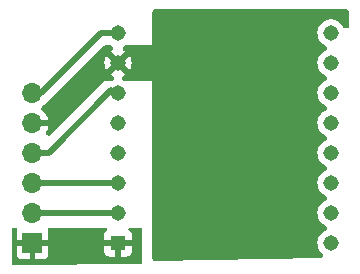
<source format=gbr>
%TF.GenerationSoftware,KiCad,Pcbnew,8.0.8*%
%TF.CreationDate,2025-04-10T20:03:44-04:00*%
%TF.ProjectId,DFPlayer and LCD,4446506c-6179-4657-9220-616e64204c43,rev?*%
%TF.SameCoordinates,Original*%
%TF.FileFunction,Copper,L2,Bot*%
%TF.FilePolarity,Positive*%
%FSLAX46Y46*%
G04 Gerber Fmt 4.6, Leading zero omitted, Abs format (unit mm)*
G04 Created by KiCad (PCBNEW 8.0.8) date 2025-04-10 20:03:44*
%MOMM*%
%LPD*%
G01*
G04 APERTURE LIST*
%TA.AperFunction,ComponentPad*%
%ADD10R,1.700000X1.700000*%
%TD*%
%TA.AperFunction,ComponentPad*%
%ADD11O,1.700000X1.700000*%
%TD*%
%TA.AperFunction,ComponentPad*%
%ADD12R,1.308000X1.308000*%
%TD*%
%TA.AperFunction,ComponentPad*%
%ADD13C,1.308000*%
%TD*%
%TA.AperFunction,Conductor*%
%ADD14C,0.500000*%
%TD*%
G04 APERTURE END LIST*
D10*
%TO.P,J1,1,Pin_1*%
%TO.N,Net-(J1-Pin_1)*%
X162051998Y-74168000D03*
D11*
%TO.P,J1,2,Pin_2*%
%TO.N,Net-(J1-Pin_2)*%
X162051998Y-71628000D03*
%TO.P,J1,3,Pin_3*%
%TO.N,Net-(J1-Pin_3)*%
X162051998Y-69088000D03*
%TO.P,J1,4,Pin_4*%
%TO.N,Net-(J1-Pin_4)*%
X162051998Y-66548000D03*
%TO.P,J1,5,Pin_5*%
%TO.N,Net-(EYESPI_18IN_BREAKOUT_BOARD1-Gnd)*%
X162051998Y-64008000D03*
%TO.P,J1,6,Pin_6*%
%TO.N,Net-(J1-Pin_6)*%
X162051998Y-61468000D03*
%TD*%
D12*
%TO.P,U1,1,VCC*%
%TO.N,Net-(J1-Pin_1)*%
X169290998Y-74140000D03*
D13*
%TO.P,U1,2,RX*%
%TO.N,Net-(J1-Pin_2)*%
X169290998Y-71600000D03*
%TO.P,U1,3,TX*%
%TO.N,Net-(J1-Pin_3)*%
X169290998Y-69060000D03*
%TO.P,U1,4,DAC_R*%
%TO.N,unconnected-(U1-DAC_R-Pad4)*%
X169290998Y-66520000D03*
%TO.P,U1,5,DAC_L*%
%TO.N,unconnected-(U1-DAC_L-Pad5)*%
X169290998Y-63980000D03*
%TO.P,U1,6,SPK1*%
%TO.N,Net-(J1-Pin_4)*%
X169290998Y-61440000D03*
%TO.P,U1,7,GND*%
%TO.N,Net-(EYESPI_18IN_BREAKOUT_BOARD1-Gnd)*%
X169290998Y-58900000D03*
%TO.P,U1,8,SPK2*%
%TO.N,Net-(J1-Pin_6)*%
X169290998Y-56360000D03*
%TO.P,U1,9,IO1*%
%TO.N,unconnected-(U1-IO1-Pad9)*%
X187324998Y-56360000D03*
%TO.P,U1,10,GND__1*%
%TO.N,unconnected-(U1-GND__1-Pad10)*%
X187324998Y-58900000D03*
%TO.P,U1,11,IO2*%
%TO.N,unconnected-(U1-IO2-Pad11)*%
X187324998Y-61440000D03*
%TO.P,U1,12,ADKEY1*%
%TO.N,unconnected-(U1-ADKEY1-Pad12)*%
X187324998Y-63980000D03*
%TO.P,U1,13,ADKEY2*%
%TO.N,unconnected-(U1-ADKEY2-Pad13)*%
X187324998Y-66520000D03*
%TO.P,U1,14,USB+*%
%TO.N,unconnected-(U1-USB+-Pad14)*%
X187324998Y-69060000D03*
%TO.P,U1,15,USB-*%
%TO.N,unconnected-(U1-USB--Pad15)*%
X187324998Y-71600000D03*
%TO.P,U1,16,BUSY*%
%TO.N,unconnected-(U1-BUSY-Pad16)*%
X187324998Y-74140000D03*
%TD*%
D14*
%TO.N,Net-(J1-Pin_6)*%
X167859998Y-56360000D02*
X169290998Y-56360000D01*
X162796998Y-61423000D02*
X167859998Y-56360000D01*
X161426998Y-61423000D02*
X162796998Y-61423000D01*
%TO.N,Net-(J1-Pin_4)*%
X161426998Y-66503000D02*
X163416998Y-66503000D01*
X163416998Y-66503000D02*
X168736998Y-61183000D01*
%TO.N,Net-(J1-Pin_1)*%
X161426998Y-74123000D02*
X168769998Y-74123000D01*
%TO.N,Net-(J1-Pin_3)*%
X161426998Y-69043000D02*
X168769998Y-69043000D01*
%TO.N,Net-(J1-Pin_2)*%
X161426998Y-71583000D02*
X168769998Y-71583000D01*
%TD*%
%TA.AperFunction,Conductor*%
%TO.N,Net-(EYESPI_18IN_BREAKOUT_BOARD1-Gnd)*%
G36*
X188701437Y-54367454D02*
G01*
X188782219Y-54421430D01*
X188836195Y-54502212D01*
X188855149Y-54597500D01*
X188855084Y-54603184D01*
X188829175Y-55737842D01*
X188808051Y-55832673D01*
X188752244Y-55912201D01*
X188670252Y-55964319D01*
X188574556Y-55981093D01*
X188479725Y-55959969D01*
X188400197Y-55904162D01*
X188357345Y-55843148D01*
X188310779Y-55749630D01*
X188310778Y-55749628D01*
X188181843Y-55578891D01*
X188181843Y-55578890D01*
X188181839Y-55578886D01*
X188023720Y-55434742D01*
X187841808Y-55322107D01*
X187788975Y-55301639D01*
X187642291Y-55244813D01*
X187431982Y-55205500D01*
X187431978Y-55205500D01*
X187218018Y-55205500D01*
X187218014Y-55205500D01*
X187007704Y-55244813D01*
X186808190Y-55322106D01*
X186808182Y-55322110D01*
X186626281Y-55434738D01*
X186626277Y-55434740D01*
X186626276Y-55434742D01*
X186547216Y-55506814D01*
X186468152Y-55578890D01*
X186468152Y-55578891D01*
X186339217Y-55749628D01*
X186339211Y-55749639D01*
X186243851Y-55941151D01*
X186243843Y-55941171D01*
X186185295Y-56146943D01*
X186185293Y-56146954D01*
X186165552Y-56360000D01*
X186185293Y-56573045D01*
X186185295Y-56573056D01*
X186243843Y-56778828D01*
X186243845Y-56778833D01*
X186243847Y-56778840D01*
X186243851Y-56778848D01*
X186339211Y-56970360D01*
X186339217Y-56970371D01*
X186468152Y-57141108D01*
X186468152Y-57141109D01*
X186468155Y-57141112D01*
X186468157Y-57141114D01*
X186626276Y-57285258D01*
X186808188Y-57397893D01*
X186808197Y-57397896D01*
X186818497Y-57403026D01*
X186817942Y-57404139D01*
X186889995Y-57449914D01*
X186945821Y-57529429D01*
X186966969Y-57624254D01*
X186950219Y-57719954D01*
X186898121Y-57801960D01*
X186818606Y-57857786D01*
X186808258Y-57862072D01*
X186808182Y-57862110D01*
X186626281Y-57974738D01*
X186626277Y-57974740D01*
X186626276Y-57974742D01*
X186547216Y-58046814D01*
X186468152Y-58118890D01*
X186468152Y-58118891D01*
X186339217Y-58289628D01*
X186339211Y-58289639D01*
X186243851Y-58481151D01*
X186243843Y-58481171D01*
X186185295Y-58686943D01*
X186185293Y-58686954D01*
X186165552Y-58900000D01*
X186185293Y-59113045D01*
X186185295Y-59113056D01*
X186243843Y-59318828D01*
X186243845Y-59318833D01*
X186243847Y-59318840D01*
X186243851Y-59318848D01*
X186339211Y-59510360D01*
X186339217Y-59510371D01*
X186468152Y-59681108D01*
X186468152Y-59681109D01*
X186468155Y-59681112D01*
X186468157Y-59681114D01*
X186626276Y-59825258D01*
X186808188Y-59937893D01*
X186808197Y-59937896D01*
X186818497Y-59943026D01*
X186817942Y-59944139D01*
X186889995Y-59989914D01*
X186945821Y-60069429D01*
X186966969Y-60164254D01*
X186950219Y-60259954D01*
X186898121Y-60341960D01*
X186818606Y-60397786D01*
X186808258Y-60402072D01*
X186808182Y-60402110D01*
X186626281Y-60514738D01*
X186626277Y-60514740D01*
X186626276Y-60514742D01*
X186547216Y-60586814D01*
X186468152Y-60658890D01*
X186468152Y-60658891D01*
X186339217Y-60829628D01*
X186339211Y-60829639D01*
X186243851Y-61021151D01*
X186243843Y-61021171D01*
X186185295Y-61226943D01*
X186185293Y-61226954D01*
X186165552Y-61440000D01*
X186185293Y-61653045D01*
X186185295Y-61653056D01*
X186243843Y-61858828D01*
X186243845Y-61858833D01*
X186243847Y-61858840D01*
X186243851Y-61858848D01*
X186339211Y-62050360D01*
X186339217Y-62050371D01*
X186468152Y-62221108D01*
X186468152Y-62221109D01*
X186468155Y-62221112D01*
X186468157Y-62221114D01*
X186626276Y-62365258D01*
X186808188Y-62477893D01*
X186808197Y-62477896D01*
X186818497Y-62483026D01*
X186817942Y-62484139D01*
X186889995Y-62529914D01*
X186945821Y-62609429D01*
X186966969Y-62704254D01*
X186950219Y-62799954D01*
X186898121Y-62881960D01*
X186818606Y-62937786D01*
X186808258Y-62942072D01*
X186808182Y-62942110D01*
X186626281Y-63054738D01*
X186626277Y-63054740D01*
X186626276Y-63054742D01*
X186580517Y-63096457D01*
X186468152Y-63198890D01*
X186468152Y-63198891D01*
X186339217Y-63369628D01*
X186339211Y-63369639D01*
X186243851Y-63561151D01*
X186243843Y-63561171D01*
X186185295Y-63766943D01*
X186185293Y-63766954D01*
X186165552Y-63980000D01*
X186185293Y-64193045D01*
X186185295Y-64193056D01*
X186243843Y-64398828D01*
X186243845Y-64398833D01*
X186243847Y-64398840D01*
X186243851Y-64398848D01*
X186339211Y-64590360D01*
X186339217Y-64590371D01*
X186468152Y-64761108D01*
X186468152Y-64761109D01*
X186468155Y-64761112D01*
X186468157Y-64761114D01*
X186626276Y-64905258D01*
X186808188Y-65017893D01*
X186808197Y-65017896D01*
X186818497Y-65023026D01*
X186817942Y-65024139D01*
X186889995Y-65069914D01*
X186945821Y-65149429D01*
X186966969Y-65244254D01*
X186950219Y-65339954D01*
X186898121Y-65421960D01*
X186818606Y-65477786D01*
X186808258Y-65482072D01*
X186808182Y-65482110D01*
X186626281Y-65594738D01*
X186626277Y-65594740D01*
X186626276Y-65594742D01*
X186553514Y-65661073D01*
X186468152Y-65738890D01*
X186468152Y-65738891D01*
X186339217Y-65909628D01*
X186339211Y-65909639D01*
X186243851Y-66101151D01*
X186243843Y-66101171D01*
X186185295Y-66306943D01*
X186185293Y-66306954D01*
X186165552Y-66520000D01*
X186185293Y-66733045D01*
X186185295Y-66733056D01*
X186243843Y-66938828D01*
X186243845Y-66938833D01*
X186243847Y-66938840D01*
X186243851Y-66938848D01*
X186339211Y-67130360D01*
X186339217Y-67130371D01*
X186468152Y-67301108D01*
X186468152Y-67301109D01*
X186468155Y-67301112D01*
X186468157Y-67301114D01*
X186626276Y-67445258D01*
X186808188Y-67557893D01*
X186808197Y-67557896D01*
X186818497Y-67563026D01*
X186817942Y-67564139D01*
X186889995Y-67609914D01*
X186945821Y-67689429D01*
X186966969Y-67784254D01*
X186950219Y-67879954D01*
X186898121Y-67961960D01*
X186818606Y-68017786D01*
X186808258Y-68022072D01*
X186808182Y-68022110D01*
X186626281Y-68134738D01*
X186626277Y-68134740D01*
X186626276Y-68134742D01*
X186547216Y-68206814D01*
X186468152Y-68278890D01*
X186468152Y-68278891D01*
X186339217Y-68449628D01*
X186339211Y-68449639D01*
X186243851Y-68641151D01*
X186243843Y-68641171D01*
X186185295Y-68846943D01*
X186185293Y-68846954D01*
X186165552Y-69060000D01*
X186185293Y-69273045D01*
X186185295Y-69273056D01*
X186243843Y-69478828D01*
X186243845Y-69478833D01*
X186243847Y-69478840D01*
X186243851Y-69478848D01*
X186339211Y-69670360D01*
X186339217Y-69670371D01*
X186468152Y-69841108D01*
X186468152Y-69841109D01*
X186468155Y-69841112D01*
X186468157Y-69841114D01*
X186626276Y-69985258D01*
X186808188Y-70097893D01*
X186808197Y-70097896D01*
X186818497Y-70103026D01*
X186817942Y-70104139D01*
X186889995Y-70149914D01*
X186945821Y-70229429D01*
X186966969Y-70324254D01*
X186950219Y-70419954D01*
X186898121Y-70501960D01*
X186818606Y-70557786D01*
X186808258Y-70562072D01*
X186808182Y-70562110D01*
X186626281Y-70674738D01*
X186626277Y-70674740D01*
X186626276Y-70674742D01*
X186547216Y-70746814D01*
X186468152Y-70818890D01*
X186468152Y-70818891D01*
X186339217Y-70989628D01*
X186339211Y-70989639D01*
X186243851Y-71181151D01*
X186243843Y-71181171D01*
X186185295Y-71386943D01*
X186185293Y-71386954D01*
X186165552Y-71600000D01*
X186185293Y-71813045D01*
X186185295Y-71813056D01*
X186243843Y-72018828D01*
X186243845Y-72018833D01*
X186243847Y-72018840D01*
X186243851Y-72018848D01*
X186339211Y-72210360D01*
X186339217Y-72210371D01*
X186468152Y-72381108D01*
X186468152Y-72381109D01*
X186468155Y-72381112D01*
X186468157Y-72381114D01*
X186626276Y-72525258D01*
X186808188Y-72637893D01*
X186808197Y-72637896D01*
X186818497Y-72643026D01*
X186817942Y-72644139D01*
X186889995Y-72689914D01*
X186945821Y-72769429D01*
X186966969Y-72864254D01*
X186950219Y-72959954D01*
X186898121Y-73041960D01*
X186818606Y-73097786D01*
X186808258Y-73102072D01*
X186808182Y-73102110D01*
X186626281Y-73214738D01*
X186626277Y-73214740D01*
X186626276Y-73214742D01*
X186565521Y-73270127D01*
X186468152Y-73358890D01*
X186468152Y-73358891D01*
X186339217Y-73529628D01*
X186339211Y-73529639D01*
X186243851Y-73721151D01*
X186243843Y-73721171D01*
X186185295Y-73926943D01*
X186185293Y-73926954D01*
X186165552Y-74140000D01*
X186185293Y-74353045D01*
X186185295Y-74353056D01*
X186243843Y-74558828D01*
X186243845Y-74558833D01*
X186243847Y-74558840D01*
X186243851Y-74558848D01*
X186339211Y-74750360D01*
X186339217Y-74750371D01*
X186468152Y-74921108D01*
X186468158Y-74921115D01*
X186567297Y-75011492D01*
X186624947Y-75089694D01*
X186648281Y-75184005D01*
X186633748Y-75280067D01*
X186583560Y-75363255D01*
X186505358Y-75420905D01*
X186411047Y-75444239D01*
X186403889Y-75444467D01*
X172465340Y-75687581D01*
X172369736Y-75670292D01*
X172288026Y-75617732D01*
X172232649Y-75537905D01*
X172212036Y-75442961D01*
X172211998Y-75438619D01*
X172211998Y-60452001D01*
X172211998Y-60452000D01*
X172211997Y-60452000D01*
X169959234Y-60452000D01*
X169863946Y-60433046D01*
X169828157Y-60414706D01*
X169807808Y-60402107D01*
X169807320Y-60401918D01*
X169806932Y-60401671D01*
X169797499Y-60396974D01*
X169797988Y-60395990D01*
X169725315Y-60349824D01*
X169669486Y-60270312D01*
X169648335Y-60175487D01*
X169665081Y-60079786D01*
X169717176Y-59997779D01*
X169796688Y-59941950D01*
X169807327Y-59937543D01*
X169807588Y-59937441D01*
X169910910Y-59873466D01*
X169337444Y-59300000D01*
X169343659Y-59300000D01*
X169445392Y-59272741D01*
X169536604Y-59220080D01*
X169611078Y-59145606D01*
X169663739Y-59054394D01*
X169690998Y-58952661D01*
X169690998Y-58946446D01*
X170267017Y-59522465D01*
X170276351Y-59510106D01*
X170371682Y-59318655D01*
X170371682Y-59318654D01*
X170430207Y-59112963D01*
X170430209Y-59112951D01*
X170449941Y-58900000D01*
X170430209Y-58687048D01*
X170430207Y-58687036D01*
X170371682Y-58481345D01*
X170371682Y-58481344D01*
X170276350Y-58289893D01*
X170267017Y-58277532D01*
X169690998Y-58853551D01*
X169690998Y-58847339D01*
X169663739Y-58745606D01*
X169611078Y-58654394D01*
X169536604Y-58579920D01*
X169445392Y-58527259D01*
X169343659Y-58500000D01*
X169337443Y-58500000D01*
X169910910Y-57926533D01*
X169910910Y-57926532D01*
X169811054Y-57864704D01*
X169740016Y-57798426D01*
X169699750Y-57710008D01*
X169696384Y-57612912D01*
X169730432Y-57521918D01*
X169796710Y-57450880D01*
X169885128Y-57410614D01*
X169942136Y-57404000D01*
X172211997Y-57404000D01*
X172211998Y-57404000D01*
X172211998Y-54597500D01*
X172230952Y-54502212D01*
X172284928Y-54421430D01*
X172365710Y-54367454D01*
X172460998Y-54348500D01*
X188606149Y-54348500D01*
X188701437Y-54367454D01*
G37*
%TD.AperFunction*%
%TA.AperFunction,Conductor*%
G36*
X168735149Y-57422954D02*
G01*
X168815931Y-57476930D01*
X168869907Y-57557712D01*
X168888861Y-57653000D01*
X168869907Y-57748288D01*
X168815931Y-57829070D01*
X168770941Y-57864705D01*
X168671084Y-57926532D01*
X168671084Y-57926533D01*
X169244551Y-58500000D01*
X169238337Y-58500000D01*
X169136604Y-58527259D01*
X169045392Y-58579920D01*
X168970918Y-58654394D01*
X168918257Y-58745606D01*
X168890998Y-58847339D01*
X168890998Y-58853553D01*
X168314978Y-58277533D01*
X168305644Y-58289894D01*
X168305640Y-58289901D01*
X168210317Y-58481335D01*
X168210313Y-58481345D01*
X168151788Y-58687036D01*
X168151786Y-58687048D01*
X168132054Y-58900000D01*
X168151786Y-59112951D01*
X168151788Y-59112963D01*
X168210313Y-59318654D01*
X168210317Y-59318664D01*
X168305644Y-59510105D01*
X168305643Y-59510105D01*
X168314977Y-59522465D01*
X168890998Y-58946444D01*
X168890998Y-58952661D01*
X168918257Y-59054394D01*
X168970918Y-59145606D01*
X169045392Y-59220080D01*
X169136604Y-59272741D01*
X169238337Y-59300000D01*
X169244550Y-59300000D01*
X168671083Y-59873466D01*
X168774406Y-59937440D01*
X168774413Y-59937444D01*
X168774676Y-59937546D01*
X168774886Y-59937680D01*
X168784721Y-59942577D01*
X168784210Y-59943602D01*
X168856682Y-59989642D01*
X168912510Y-60069155D01*
X168933661Y-60163980D01*
X168916913Y-60259681D01*
X168864817Y-60341687D01*
X168785304Y-60397515D01*
X168774680Y-60401916D01*
X168774189Y-60402106D01*
X168765574Y-60406396D01*
X168675221Y-60430978D01*
X168675253Y-60431301D01*
X168673345Y-60431488D01*
X168671827Y-60431902D01*
X168667695Y-60432045D01*
X168663077Y-60432500D01*
X168589104Y-60447215D01*
X168540525Y-60452000D01*
X168147999Y-60452000D01*
X168147998Y-60452000D01*
X166946953Y-61653045D01*
X163622033Y-64977964D01*
X163541251Y-65031940D01*
X163445963Y-65050894D01*
X163350675Y-65031940D01*
X163269893Y-64977964D01*
X163215917Y-64897182D01*
X163196963Y-64801894D01*
X163215917Y-64706606D01*
X163221350Y-64695594D01*
X163221003Y-64695432D01*
X163325431Y-64471485D01*
X163325431Y-64471483D01*
X163382634Y-64258001D01*
X163382634Y-64258000D01*
X162485010Y-64258000D01*
X162517923Y-64200993D01*
X162551998Y-64073826D01*
X162551998Y-63942174D01*
X162517923Y-63815007D01*
X162485010Y-63758000D01*
X163382634Y-63758000D01*
X163382634Y-63757998D01*
X163325431Y-63544516D01*
X163325427Y-63544505D01*
X163225601Y-63330428D01*
X163225597Y-63330420D01*
X163090108Y-63136923D01*
X162923073Y-62969888D01*
X162883635Y-62942273D01*
X162816452Y-62872091D01*
X162781240Y-62781542D01*
X162783360Y-62684410D01*
X162822489Y-62595483D01*
X162883654Y-62534324D01*
X162891236Y-62529016D01*
X162980167Y-62489897D01*
X163034035Y-62484000D01*
X163067999Y-62484000D01*
X163068000Y-62484000D01*
X168075070Y-57476930D01*
X168155852Y-57422954D01*
X168251140Y-57404000D01*
X168639861Y-57404000D01*
X168735149Y-57422954D01*
G37*
%TD.AperFunction*%
%TD*%
%TA.AperFunction,Conductor*%
%TO.N,Net-(J1-Pin_1)*%
G36*
X171269565Y-72862944D02*
G01*
X171315558Y-72915541D01*
X171326998Y-72967562D01*
X171326998Y-75819280D01*
X171307313Y-75886319D01*
X171254509Y-75932074D01*
X171203279Y-75943280D01*
X160425272Y-75967720D01*
X160358188Y-75948187D01*
X160312314Y-75895487D01*
X160300995Y-75844731D01*
X160278009Y-73017440D01*
X160297148Y-72950246D01*
X160349578Y-72904063D01*
X160401439Y-72892436D01*
X160649893Y-72891312D01*
X160717019Y-72910693D01*
X160763012Y-72963290D01*
X160773268Y-73032403D01*
X160761654Y-73067567D01*
X160761744Y-73067601D01*
X160760865Y-73069955D01*
X160759289Y-73074730D01*
X160758645Y-73075909D01*
X160708401Y-73210620D01*
X160708399Y-73210627D01*
X160701998Y-73270155D01*
X160701998Y-73918000D01*
X161618986Y-73918000D01*
X161586073Y-73975007D01*
X161551998Y-74102174D01*
X161551998Y-74233826D01*
X161586073Y-74360993D01*
X161618986Y-74418000D01*
X160701998Y-74418000D01*
X160701998Y-75065844D01*
X160708399Y-75125372D01*
X160708401Y-75125379D01*
X160758643Y-75260086D01*
X160758647Y-75260093D01*
X160844807Y-75375187D01*
X160844810Y-75375190D01*
X160959904Y-75461350D01*
X160959911Y-75461354D01*
X161094618Y-75511596D01*
X161094625Y-75511598D01*
X161154153Y-75517999D01*
X161154170Y-75518000D01*
X161801998Y-75518000D01*
X161801998Y-74601012D01*
X161859005Y-74633925D01*
X161986172Y-74668000D01*
X162117824Y-74668000D01*
X162244991Y-74633925D01*
X162301998Y-74601012D01*
X162301998Y-75518000D01*
X162949826Y-75518000D01*
X162949842Y-75517999D01*
X163009370Y-75511598D01*
X163009377Y-75511596D01*
X163144084Y-75461354D01*
X163144091Y-75461350D01*
X163259185Y-75375190D01*
X163259188Y-75375187D01*
X163345348Y-75260093D01*
X163345352Y-75260086D01*
X163395594Y-75125379D01*
X163395596Y-75125372D01*
X163401997Y-75065844D01*
X163401998Y-75065827D01*
X163401998Y-74418000D01*
X162485010Y-74418000D01*
X162517923Y-74360993D01*
X162551998Y-74233826D01*
X162551998Y-74102174D01*
X162517923Y-73975007D01*
X162485010Y-73918000D01*
X163401998Y-73918000D01*
X163401998Y-73270172D01*
X163401997Y-73270155D01*
X163395596Y-73210627D01*
X163395594Y-73210620D01*
X163345352Y-73075913D01*
X163341101Y-73068128D01*
X163342552Y-73067335D01*
X163321730Y-73011517D01*
X163336579Y-72943243D01*
X163385981Y-72893835D01*
X163444849Y-72878665D01*
X168270009Y-72856832D01*
X168337136Y-72876213D01*
X168383129Y-72928810D01*
X168393385Y-72997922D01*
X168364648Y-73061609D01*
X168344881Y-73080097D01*
X168279807Y-73128812D01*
X168193647Y-73243906D01*
X168193643Y-73243913D01*
X168143401Y-73378620D01*
X168143399Y-73378627D01*
X168136998Y-73438155D01*
X168136998Y-73890000D01*
X168975312Y-73890000D01*
X168970918Y-73894394D01*
X168918257Y-73985606D01*
X168890998Y-74087339D01*
X168890998Y-74192661D01*
X168918257Y-74294394D01*
X168970918Y-74385606D01*
X168975312Y-74390000D01*
X168136998Y-74390000D01*
X168136998Y-74841844D01*
X168143399Y-74901372D01*
X168143401Y-74901379D01*
X168193643Y-75036086D01*
X168193647Y-75036093D01*
X168279807Y-75151187D01*
X168279810Y-75151190D01*
X168394904Y-75237350D01*
X168394911Y-75237354D01*
X168529618Y-75287596D01*
X168529625Y-75287598D01*
X168589153Y-75293999D01*
X168589170Y-75294000D01*
X169040998Y-75294000D01*
X169040998Y-74455686D01*
X169045392Y-74460080D01*
X169136604Y-74512741D01*
X169238337Y-74540000D01*
X169343659Y-74540000D01*
X169445392Y-74512741D01*
X169536604Y-74460080D01*
X169540998Y-74455686D01*
X169540998Y-75294000D01*
X169992826Y-75294000D01*
X169992842Y-75293999D01*
X170052370Y-75287598D01*
X170052377Y-75287596D01*
X170187084Y-75237354D01*
X170187091Y-75237350D01*
X170302185Y-75151190D01*
X170302188Y-75151187D01*
X170388348Y-75036093D01*
X170388352Y-75036086D01*
X170438594Y-74901379D01*
X170438596Y-74901372D01*
X170444997Y-74841844D01*
X170444998Y-74841827D01*
X170444998Y-74390000D01*
X169606684Y-74390000D01*
X169611078Y-74385606D01*
X169663739Y-74294394D01*
X169690998Y-74192661D01*
X169690998Y-74087339D01*
X169663739Y-73985606D01*
X169611078Y-73894394D01*
X169606684Y-73890000D01*
X170444998Y-73890000D01*
X170444998Y-73438172D01*
X170444997Y-73438155D01*
X170438596Y-73378627D01*
X170438594Y-73378620D01*
X170388352Y-73243913D01*
X170388348Y-73243906D01*
X170302188Y-73128812D01*
X170302185Y-73128809D01*
X170224853Y-73070918D01*
X170182982Y-73014984D01*
X170177998Y-72945293D01*
X170211484Y-72883970D01*
X170272807Y-72850486D01*
X170298599Y-72847653D01*
X171202439Y-72843563D01*
X171269565Y-72862944D01*
G37*
%TD.AperFunction*%
%TD*%
M02*

</source>
